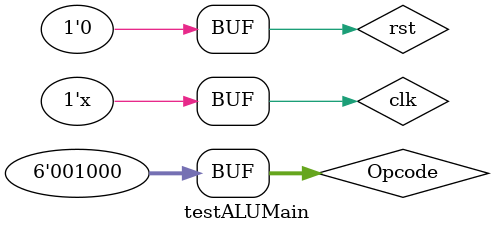
<source format=v>
`timescale 1ns / 1ps


module testALUMain;

	// Inputs
	reg clk;
	reg rst;
	reg [5:0] Opcode;

	// Outputs
	wire MemtoReg;
	wire RegDst;
	wire IorD;
	wire [1:0] PCSrc;
	wire ALUSrcA;
	wire [1:0] ALUSrcB;
	wire IRWrite;
	wire MemWrite;
	wire PCWrite;
	wire Branch;
	wire RegWrite;
	wire [1:0] ALUOp;

	// Instantiate the Unit Under Test (UUT)
	ALUMainDec uut (
		.clk(clk), 
		.rst(rst), 
		.Opcode(Opcode), 
		.MemtoReg(MemtoReg), 
		.RegDst(RegDst), 
		.IorD(IorD), 
		.PCSrc(PCSrc), 
		.ALUSrcA(ALUSrcA), 
		.ALUSrcB(ALUSrcB), 
		.IRWrite(IRWrite), 
		.MemWrite(MemWrite), 
		.PCWrite(PCWrite), 
		.Branch(Branch), 
		.RegWrite(RegWrite), 
		.ALUOp(ALUOp)
	);
	initial clk = 0;
	always #10 clk = ~clk;
	
	initial begin
		// Initialize Inputs
		rst = 1;
		Opcode = 6'b001000;

		// Wait 100 ns for global reset to finish
		#10; rst = 1;
		#10; rst = 0;       
		// Add stimulus here

	end
      
endmodule


</source>
